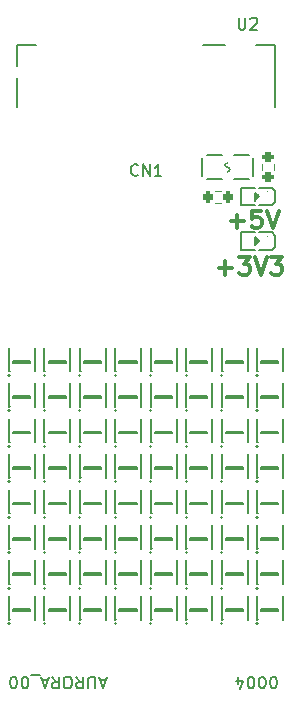
<source format=gbr>
%TF.GenerationSoftware,KiCad,Pcbnew,7.0.5*%
%TF.CreationDate,2023-09-01T16:08:52-05:00*%
%TF.ProjectId,Chimera_0004_Aurora,4368696d-6572-4615-9f30-3030345f4175,rev?*%
%TF.SameCoordinates,Original*%
%TF.FileFunction,Legend,Top*%
%TF.FilePolarity,Positive*%
%FSLAX46Y46*%
G04 Gerber Fmt 4.6, Leading zero omitted, Abs format (unit mm)*
G04 Created by KiCad (PCBNEW 7.0.5) date 2023-09-01 16:08:52*
%MOMM*%
%LPD*%
G01*
G04 APERTURE LIST*
G04 Aperture macros list*
%AMRoundRect*
0 Rectangle with rounded corners*
0 $1 Rounding radius*
0 $2 $3 $4 $5 $6 $7 $8 $9 X,Y pos of 4 corners*
0 Add a 4 corners polygon primitive as box body*
4,1,4,$2,$3,$4,$5,$6,$7,$8,$9,$2,$3,0*
0 Add four circle primitives for the rounded corners*
1,1,$1+$1,$2,$3*
1,1,$1+$1,$4,$5*
1,1,$1+$1,$6,$7*
1,1,$1+$1,$8,$9*
0 Add four rect primitives between the rounded corners*
20,1,$1+$1,$2,$3,$4,$5,0*
20,1,$1+$1,$4,$5,$6,$7,0*
20,1,$1+$1,$6,$7,$8,$9,0*
20,1,$1+$1,$8,$9,$2,$3,0*%
G04 Aperture macros list end*
%ADD10C,0.200000*%
%ADD11C,0.300000*%
%ADD12C,0.152400*%
%ADD13C,0.151994*%
%ADD14C,0.059995*%
%ADD15C,0.254001*%
%ADD16C,0.120000*%
%ADD17C,0.150013*%
%ADD18C,0.100000*%
%ADD19R,1.335001X1.500000*%
%ADD20C,3.600000*%
%ADD21C,6.400000*%
%ADD22R,0.700000X0.900000*%
%ADD23C,1.200000*%
%ADD24C,1.800000*%
%ADD25R,0.300000X1.550013*%
%ADD26R,0.300000X1.524003*%
%ADD27R,1.300000X2.800000*%
%ADD28RoundRect,0.200000X-0.275000X0.200000X-0.275000X-0.200000X0.275000X-0.200000X0.275000X0.200000X0*%
%ADD29RoundRect,0.200000X-0.200000X-0.275000X0.200000X-0.275000X0.200000X0.275000X-0.200000X0.275000X0*%
%ADD30R,0.800000X0.800000*%
G04 APERTURE END LIST*
D10*
X123339850Y-149332780D02*
X123244612Y-149332780D01*
X123244612Y-149332780D02*
X123149374Y-149285161D01*
X123149374Y-149285161D02*
X123101755Y-149237542D01*
X123101755Y-149237542D02*
X123054136Y-149142304D01*
X123054136Y-149142304D02*
X123006517Y-148951828D01*
X123006517Y-148951828D02*
X123006517Y-148713733D01*
X123006517Y-148713733D02*
X123054136Y-148523257D01*
X123054136Y-148523257D02*
X123101755Y-148428019D01*
X123101755Y-148428019D02*
X123149374Y-148380400D01*
X123149374Y-148380400D02*
X123244612Y-148332780D01*
X123244612Y-148332780D02*
X123339850Y-148332780D01*
X123339850Y-148332780D02*
X123435088Y-148380400D01*
X123435088Y-148380400D02*
X123482707Y-148428019D01*
X123482707Y-148428019D02*
X123530326Y-148523257D01*
X123530326Y-148523257D02*
X123577945Y-148713733D01*
X123577945Y-148713733D02*
X123577945Y-148951828D01*
X123577945Y-148951828D02*
X123530326Y-149142304D01*
X123530326Y-149142304D02*
X123482707Y-149237542D01*
X123482707Y-149237542D02*
X123435088Y-149285161D01*
X123435088Y-149285161D02*
X123339850Y-149332780D01*
X122387469Y-149332780D02*
X122292231Y-149332780D01*
X122292231Y-149332780D02*
X122196993Y-149285161D01*
X122196993Y-149285161D02*
X122149374Y-149237542D01*
X122149374Y-149237542D02*
X122101755Y-149142304D01*
X122101755Y-149142304D02*
X122054136Y-148951828D01*
X122054136Y-148951828D02*
X122054136Y-148713733D01*
X122054136Y-148713733D02*
X122101755Y-148523257D01*
X122101755Y-148523257D02*
X122149374Y-148428019D01*
X122149374Y-148428019D02*
X122196993Y-148380400D01*
X122196993Y-148380400D02*
X122292231Y-148332780D01*
X122292231Y-148332780D02*
X122387469Y-148332780D01*
X122387469Y-148332780D02*
X122482707Y-148380400D01*
X122482707Y-148380400D02*
X122530326Y-148428019D01*
X122530326Y-148428019D02*
X122577945Y-148523257D01*
X122577945Y-148523257D02*
X122625564Y-148713733D01*
X122625564Y-148713733D02*
X122625564Y-148951828D01*
X122625564Y-148951828D02*
X122577945Y-149142304D01*
X122577945Y-149142304D02*
X122530326Y-149237542D01*
X122530326Y-149237542D02*
X122482707Y-149285161D01*
X122482707Y-149285161D02*
X122387469Y-149332780D01*
X121435088Y-149332780D02*
X121339850Y-149332780D01*
X121339850Y-149332780D02*
X121244612Y-149285161D01*
X121244612Y-149285161D02*
X121196993Y-149237542D01*
X121196993Y-149237542D02*
X121149374Y-149142304D01*
X121149374Y-149142304D02*
X121101755Y-148951828D01*
X121101755Y-148951828D02*
X121101755Y-148713733D01*
X121101755Y-148713733D02*
X121149374Y-148523257D01*
X121149374Y-148523257D02*
X121196993Y-148428019D01*
X121196993Y-148428019D02*
X121244612Y-148380400D01*
X121244612Y-148380400D02*
X121339850Y-148332780D01*
X121339850Y-148332780D02*
X121435088Y-148332780D01*
X121435088Y-148332780D02*
X121530326Y-148380400D01*
X121530326Y-148380400D02*
X121577945Y-148428019D01*
X121577945Y-148428019D02*
X121625564Y-148523257D01*
X121625564Y-148523257D02*
X121673183Y-148713733D01*
X121673183Y-148713733D02*
X121673183Y-148951828D01*
X121673183Y-148951828D02*
X121625564Y-149142304D01*
X121625564Y-149142304D02*
X121577945Y-149237542D01*
X121577945Y-149237542D02*
X121530326Y-149285161D01*
X121530326Y-149285161D02*
X121435088Y-149332780D01*
X120244612Y-148999447D02*
X120244612Y-148332780D01*
X120482707Y-149380400D02*
X120720802Y-148666114D01*
X120720802Y-148666114D02*
X120101755Y-148666114D01*
X109101751Y-148618495D02*
X108625561Y-148618495D01*
X109196989Y-148332780D02*
X108863656Y-149332780D01*
X108863656Y-149332780D02*
X108530323Y-148332780D01*
X108196989Y-149332780D02*
X108196989Y-148523257D01*
X108196989Y-148523257D02*
X108149370Y-148428019D01*
X108149370Y-148428019D02*
X108101751Y-148380400D01*
X108101751Y-148380400D02*
X108006513Y-148332780D01*
X108006513Y-148332780D02*
X107816037Y-148332780D01*
X107816037Y-148332780D02*
X107720799Y-148380400D01*
X107720799Y-148380400D02*
X107673180Y-148428019D01*
X107673180Y-148428019D02*
X107625561Y-148523257D01*
X107625561Y-148523257D02*
X107625561Y-149332780D01*
X106577942Y-148332780D02*
X106911275Y-148808971D01*
X107149370Y-148332780D02*
X107149370Y-149332780D01*
X107149370Y-149332780D02*
X106768418Y-149332780D01*
X106768418Y-149332780D02*
X106673180Y-149285161D01*
X106673180Y-149285161D02*
X106625561Y-149237542D01*
X106625561Y-149237542D02*
X106577942Y-149142304D01*
X106577942Y-149142304D02*
X106577942Y-148999447D01*
X106577942Y-148999447D02*
X106625561Y-148904209D01*
X106625561Y-148904209D02*
X106673180Y-148856590D01*
X106673180Y-148856590D02*
X106768418Y-148808971D01*
X106768418Y-148808971D02*
X107149370Y-148808971D01*
X105958894Y-149332780D02*
X105768418Y-149332780D01*
X105768418Y-149332780D02*
X105673180Y-149285161D01*
X105673180Y-149285161D02*
X105577942Y-149189923D01*
X105577942Y-149189923D02*
X105530323Y-148999447D01*
X105530323Y-148999447D02*
X105530323Y-148666114D01*
X105530323Y-148666114D02*
X105577942Y-148475638D01*
X105577942Y-148475638D02*
X105673180Y-148380400D01*
X105673180Y-148380400D02*
X105768418Y-148332780D01*
X105768418Y-148332780D02*
X105958894Y-148332780D01*
X105958894Y-148332780D02*
X106054132Y-148380400D01*
X106054132Y-148380400D02*
X106149370Y-148475638D01*
X106149370Y-148475638D02*
X106196989Y-148666114D01*
X106196989Y-148666114D02*
X106196989Y-148999447D01*
X106196989Y-148999447D02*
X106149370Y-149189923D01*
X106149370Y-149189923D02*
X106054132Y-149285161D01*
X106054132Y-149285161D02*
X105958894Y-149332780D01*
X104530323Y-148332780D02*
X104863656Y-148808971D01*
X105101751Y-148332780D02*
X105101751Y-149332780D01*
X105101751Y-149332780D02*
X104720799Y-149332780D01*
X104720799Y-149332780D02*
X104625561Y-149285161D01*
X104625561Y-149285161D02*
X104577942Y-149237542D01*
X104577942Y-149237542D02*
X104530323Y-149142304D01*
X104530323Y-149142304D02*
X104530323Y-148999447D01*
X104530323Y-148999447D02*
X104577942Y-148904209D01*
X104577942Y-148904209D02*
X104625561Y-148856590D01*
X104625561Y-148856590D02*
X104720799Y-148808971D01*
X104720799Y-148808971D02*
X105101751Y-148808971D01*
X104149370Y-148618495D02*
X103673180Y-148618495D01*
X104244608Y-148332780D02*
X103911275Y-149332780D01*
X103911275Y-149332780D02*
X103577942Y-148332780D01*
X103482704Y-148237542D02*
X102720799Y-148237542D01*
X102292227Y-149332780D02*
X102196989Y-149332780D01*
X102196989Y-149332780D02*
X102101751Y-149285161D01*
X102101751Y-149285161D02*
X102054132Y-149237542D01*
X102054132Y-149237542D02*
X102006513Y-149142304D01*
X102006513Y-149142304D02*
X101958894Y-148951828D01*
X101958894Y-148951828D02*
X101958894Y-148713733D01*
X101958894Y-148713733D02*
X102006513Y-148523257D01*
X102006513Y-148523257D02*
X102054132Y-148428019D01*
X102054132Y-148428019D02*
X102101751Y-148380400D01*
X102101751Y-148380400D02*
X102196989Y-148332780D01*
X102196989Y-148332780D02*
X102292227Y-148332780D01*
X102292227Y-148332780D02*
X102387465Y-148380400D01*
X102387465Y-148380400D02*
X102435084Y-148428019D01*
X102435084Y-148428019D02*
X102482703Y-148523257D01*
X102482703Y-148523257D02*
X102530322Y-148713733D01*
X102530322Y-148713733D02*
X102530322Y-148951828D01*
X102530322Y-148951828D02*
X102482703Y-149142304D01*
X102482703Y-149142304D02*
X102435084Y-149237542D01*
X102435084Y-149237542D02*
X102387465Y-149285161D01*
X102387465Y-149285161D02*
X102292227Y-149332780D01*
X101339846Y-149332780D02*
X101244608Y-149332780D01*
X101244608Y-149332780D02*
X101149370Y-149285161D01*
X101149370Y-149285161D02*
X101101751Y-149237542D01*
X101101751Y-149237542D02*
X101054132Y-149142304D01*
X101054132Y-149142304D02*
X101006513Y-148951828D01*
X101006513Y-148951828D02*
X101006513Y-148713733D01*
X101006513Y-148713733D02*
X101054132Y-148523257D01*
X101054132Y-148523257D02*
X101101751Y-148428019D01*
X101101751Y-148428019D02*
X101149370Y-148380400D01*
X101149370Y-148380400D02*
X101244608Y-148332780D01*
X101244608Y-148332780D02*
X101339846Y-148332780D01*
X101339846Y-148332780D02*
X101435084Y-148380400D01*
X101435084Y-148380400D02*
X101482703Y-148428019D01*
X101482703Y-148428019D02*
X101530322Y-148523257D01*
X101530322Y-148523257D02*
X101577941Y-148713733D01*
X101577941Y-148713733D02*
X101577941Y-148951828D01*
X101577941Y-148951828D02*
X101530322Y-149142304D01*
X101530322Y-149142304D02*
X101482703Y-149237542D01*
X101482703Y-149237542D02*
X101435084Y-149285161D01*
X101435084Y-149285161D02*
X101339846Y-149332780D01*
D11*
X118654510Y-113729400D02*
X119797368Y-113729400D01*
X119225939Y-114300828D02*
X119225939Y-113157971D01*
X120368796Y-112800828D02*
X121297368Y-112800828D01*
X121297368Y-112800828D02*
X120797368Y-113372257D01*
X120797368Y-113372257D02*
X121011653Y-113372257D01*
X121011653Y-113372257D02*
X121154511Y-113443685D01*
X121154511Y-113443685D02*
X121225939Y-113515114D01*
X121225939Y-113515114D02*
X121297368Y-113657971D01*
X121297368Y-113657971D02*
X121297368Y-114015114D01*
X121297368Y-114015114D02*
X121225939Y-114157971D01*
X121225939Y-114157971D02*
X121154511Y-114229400D01*
X121154511Y-114229400D02*
X121011653Y-114300828D01*
X121011653Y-114300828D02*
X120583082Y-114300828D01*
X120583082Y-114300828D02*
X120440225Y-114229400D01*
X120440225Y-114229400D02*
X120368796Y-114157971D01*
X121725939Y-112800828D02*
X122225939Y-114300828D01*
X122225939Y-114300828D02*
X122725939Y-112800828D01*
X123083081Y-112800828D02*
X124011653Y-112800828D01*
X124011653Y-112800828D02*
X123511653Y-113372257D01*
X123511653Y-113372257D02*
X123725938Y-113372257D01*
X123725938Y-113372257D02*
X123868796Y-113443685D01*
X123868796Y-113443685D02*
X123940224Y-113515114D01*
X123940224Y-113515114D02*
X124011653Y-113657971D01*
X124011653Y-113657971D02*
X124011653Y-114015114D01*
X124011653Y-114015114D02*
X123940224Y-114157971D01*
X123940224Y-114157971D02*
X123868796Y-114229400D01*
X123868796Y-114229400D02*
X123725938Y-114300828D01*
X123725938Y-114300828D02*
X123297367Y-114300828D01*
X123297367Y-114300828D02*
X123154510Y-114229400D01*
X123154510Y-114229400D02*
X123083081Y-114157971D01*
X119654510Y-109779733D02*
X120797368Y-109779733D01*
X120225939Y-110313066D02*
X120225939Y-109246400D01*
X122225939Y-108913066D02*
X121511653Y-108913066D01*
X121511653Y-108913066D02*
X121440225Y-109579733D01*
X121440225Y-109579733D02*
X121511653Y-109513066D01*
X121511653Y-109513066D02*
X121654511Y-109446400D01*
X121654511Y-109446400D02*
X122011653Y-109446400D01*
X122011653Y-109446400D02*
X122154511Y-109513066D01*
X122154511Y-109513066D02*
X122225939Y-109579733D01*
X122225939Y-109579733D02*
X122297368Y-109713066D01*
X122297368Y-109713066D02*
X122297368Y-110046400D01*
X122297368Y-110046400D02*
X122225939Y-110179733D01*
X122225939Y-110179733D02*
X122154511Y-110246400D01*
X122154511Y-110246400D02*
X122011653Y-110313066D01*
X122011653Y-110313066D02*
X121654511Y-110313066D01*
X121654511Y-110313066D02*
X121511653Y-110246400D01*
X121511653Y-110246400D02*
X121440225Y-110179733D01*
X122725939Y-108913066D02*
X123225939Y-110313066D01*
X123225939Y-110313066D02*
X123725939Y-108913066D01*
D10*
%TO.C,U2*%
X120338095Y-92552219D02*
X120338095Y-93361742D01*
X120338095Y-93361742D02*
X120385714Y-93456980D01*
X120385714Y-93456980D02*
X120433333Y-93504600D01*
X120433333Y-93504600D02*
X120528571Y-93552219D01*
X120528571Y-93552219D02*
X120719047Y-93552219D01*
X120719047Y-93552219D02*
X120814285Y-93504600D01*
X120814285Y-93504600D02*
X120861904Y-93456980D01*
X120861904Y-93456980D02*
X120909523Y-93361742D01*
X120909523Y-93361742D02*
X120909523Y-92552219D01*
X121338095Y-92647457D02*
X121385714Y-92599838D01*
X121385714Y-92599838D02*
X121480952Y-92552219D01*
X121480952Y-92552219D02*
X121719047Y-92552219D01*
X121719047Y-92552219D02*
X121814285Y-92599838D01*
X121814285Y-92599838D02*
X121861904Y-92647457D01*
X121861904Y-92647457D02*
X121909523Y-92742695D01*
X121909523Y-92742695D02*
X121909523Y-92837933D01*
X121909523Y-92837933D02*
X121861904Y-92980790D01*
X121861904Y-92980790D02*
X121290476Y-93552219D01*
X121290476Y-93552219D02*
X121909523Y-93552219D01*
%TO.C,CN1*%
X111809523Y-105856980D02*
X111761904Y-105904600D01*
X111761904Y-105904600D02*
X111619047Y-105952219D01*
X111619047Y-105952219D02*
X111523809Y-105952219D01*
X111523809Y-105952219D02*
X111380952Y-105904600D01*
X111380952Y-105904600D02*
X111285714Y-105809361D01*
X111285714Y-105809361D02*
X111238095Y-105714123D01*
X111238095Y-105714123D02*
X111190476Y-105523647D01*
X111190476Y-105523647D02*
X111190476Y-105380790D01*
X111190476Y-105380790D02*
X111238095Y-105190314D01*
X111238095Y-105190314D02*
X111285714Y-105095076D01*
X111285714Y-105095076D02*
X111380952Y-104999838D01*
X111380952Y-104999838D02*
X111523809Y-104952219D01*
X111523809Y-104952219D02*
X111619047Y-104952219D01*
X111619047Y-104952219D02*
X111761904Y-104999838D01*
X111761904Y-104999838D02*
X111809523Y-105047457D01*
X112238095Y-105952219D02*
X112238095Y-104952219D01*
X112238095Y-104952219D02*
X112809523Y-105952219D01*
X112809523Y-105952219D02*
X112809523Y-104952219D01*
X113809523Y-105952219D02*
X113238095Y-105952219D01*
X113523809Y-105952219D02*
X113523809Y-104952219D01*
X113523809Y-104952219D02*
X113428571Y-105095076D01*
X113428571Y-105095076D02*
X113333333Y-105190314D01*
X113333333Y-105190314D02*
X113238095Y-105237933D01*
D12*
%TO.C,F1*%
X118891999Y-104183998D02*
X117621996Y-104183998D01*
X119908001Y-104183998D02*
X121178004Y-104183998D01*
X121178004Y-106216002D02*
X119944602Y-106216002D01*
X117621996Y-106216002D02*
X118891999Y-106216002D01*
D13*
X117240996Y-105962002D02*
X117240996Y-104437998D01*
X121559004Y-105962002D02*
X121559004Y-104437998D01*
D14*
X120530049Y-104449987D02*
G75*
G03*
X120530049Y-104449987I-29998J0D01*
G01*
D13*
X119400000Y-105581000D02*
G75*
G03*
X119400000Y-105200000I0J190500D01*
G01*
X119400000Y-104819000D02*
G75*
G03*
X119400000Y-105200000I0J-190500D01*
G01*
D14*
%TO.C,LED72*%
X122029870Y-131500000D02*
G75*
G03*
X122029870Y-131500000I-29997J0D01*
G01*
D13*
X122250038Y-130749987D02*
X122250038Y-130600000D01*
X122250038Y-130600000D02*
X123650013Y-130600000D01*
X123650013Y-130600000D02*
X123700000Y-130600000D01*
X123700000Y-130600000D02*
X123700000Y-130749987D01*
X122250038Y-130749987D02*
X123700025Y-130749987D01*
D15*
X121850013Y-131800000D02*
X121861849Y-131800000D01*
D13*
X121900000Y-129500000D02*
X121900000Y-131500000D01*
X124100000Y-131500000D02*
X124100000Y-129500000D01*
D14*
%TO.C,LED71*%
X119029870Y-137500000D02*
G75*
G03*
X119029870Y-137500000I-29997J0D01*
G01*
D13*
X119250038Y-136749987D02*
X119250038Y-136600000D01*
X119250038Y-136600000D02*
X120650013Y-136600000D01*
X120650013Y-136600000D02*
X120700000Y-136600000D01*
X120700000Y-136600000D02*
X120700000Y-136749987D01*
X119250038Y-136749987D02*
X120700025Y-136749987D01*
D15*
X118850013Y-137800000D02*
X118861849Y-137800000D01*
D13*
X118900000Y-135500000D02*
X118900000Y-137500000D01*
X121100000Y-137500000D02*
X121100000Y-135500000D01*
D14*
%TO.C,LED68*%
X122029870Y-128500000D02*
G75*
G03*
X122029870Y-128500000I-29997J0D01*
G01*
D13*
X122250038Y-127749987D02*
X122250038Y-127600000D01*
X122250038Y-127600000D02*
X123650013Y-127600000D01*
X123650013Y-127600000D02*
X123700000Y-127600000D01*
X123700000Y-127600000D02*
X123700000Y-127749987D01*
X122250038Y-127749987D02*
X123700025Y-127749987D01*
D15*
X121850013Y-128800000D02*
X121861849Y-128800000D01*
D13*
X121900000Y-126500000D02*
X121900000Y-128500000D01*
X124100000Y-128500000D02*
X124100000Y-126500000D01*
D14*
%TO.C,LED67*%
X119029870Y-134500000D02*
G75*
G03*
X119029870Y-134500000I-29997J0D01*
G01*
D13*
X119250038Y-133749987D02*
X119250038Y-133600000D01*
X119250038Y-133600000D02*
X120650013Y-133600000D01*
X120650013Y-133600000D02*
X120700000Y-133600000D01*
X120700000Y-133600000D02*
X120700000Y-133749987D01*
X119250038Y-133749987D02*
X120700025Y-133749987D01*
D15*
X118850013Y-134800000D02*
X118861849Y-134800000D01*
D13*
X118900000Y-132500000D02*
X118900000Y-134500000D01*
X121100000Y-134500000D02*
X121100000Y-132500000D01*
D14*
%TO.C,LED65*%
X122029870Y-143500000D02*
G75*
G03*
X122029870Y-143500000I-29997J0D01*
G01*
D13*
X122250038Y-142749987D02*
X122250038Y-142600000D01*
X122250038Y-142600000D02*
X123650013Y-142600000D01*
X123650013Y-142600000D02*
X123700000Y-142600000D01*
X123700000Y-142600000D02*
X123700000Y-142749987D01*
X122250038Y-142749987D02*
X123700025Y-142749987D01*
D15*
X121850013Y-143800000D02*
X121861849Y-143800000D01*
D13*
X121900000Y-141500000D02*
X121900000Y-143500000D01*
X124100000Y-143500000D02*
X124100000Y-141500000D01*
D14*
%TO.C,LED64*%
X122029870Y-125500000D02*
G75*
G03*
X122029870Y-125500000I-29997J0D01*
G01*
D13*
X122250038Y-124749987D02*
X122250038Y-124600000D01*
X122250038Y-124600000D02*
X123650013Y-124600000D01*
X123650013Y-124600000D02*
X123700000Y-124600000D01*
X123700000Y-124600000D02*
X123700000Y-124749987D01*
X122250038Y-124749987D02*
X123700025Y-124749987D01*
D15*
X121850013Y-125800000D02*
X121861849Y-125800000D01*
D13*
X121900000Y-123500000D02*
X121900000Y-125500000D01*
X124100000Y-125500000D02*
X124100000Y-123500000D01*
D14*
%TO.C,LED63*%
X119029870Y-131500000D02*
G75*
G03*
X119029870Y-131500000I-29997J0D01*
G01*
D13*
X119250038Y-130749987D02*
X119250038Y-130600000D01*
X119250038Y-130600000D02*
X120650013Y-130600000D01*
X120650013Y-130600000D02*
X120700000Y-130600000D01*
X120700000Y-130600000D02*
X120700000Y-130749987D01*
X119250038Y-130749987D02*
X120700025Y-130749987D01*
D15*
X118850013Y-131800000D02*
X118861849Y-131800000D01*
D13*
X118900000Y-129500000D02*
X118900000Y-131500000D01*
X121100000Y-131500000D02*
X121100000Y-129500000D01*
D14*
%TO.C,LED61*%
X122029870Y-140500000D02*
G75*
G03*
X122029870Y-140500000I-29997J0D01*
G01*
D13*
X122250038Y-139749987D02*
X122250038Y-139600000D01*
X122250038Y-139600000D02*
X123650013Y-139600000D01*
X123650013Y-139600000D02*
X123700000Y-139600000D01*
X123700000Y-139600000D02*
X123700000Y-139749987D01*
X122250038Y-139749987D02*
X123700025Y-139749987D01*
D15*
X121850013Y-140800000D02*
X121861849Y-140800000D01*
D13*
X121900000Y-138500000D02*
X121900000Y-140500000D01*
X124100000Y-140500000D02*
X124100000Y-138500000D01*
D14*
%TO.C,LED60*%
X122029870Y-122500000D02*
G75*
G03*
X122029870Y-122500000I-29997J0D01*
G01*
D13*
X122250038Y-121749987D02*
X122250038Y-121600000D01*
X122250038Y-121600000D02*
X123650013Y-121600000D01*
X123650013Y-121600000D02*
X123700000Y-121600000D01*
X123700000Y-121600000D02*
X123700000Y-121749987D01*
X122250038Y-121749987D02*
X123700025Y-121749987D01*
D15*
X121850013Y-122800000D02*
X121861849Y-122800000D01*
D13*
X121900000Y-120500000D02*
X121900000Y-122500000D01*
X124100000Y-122500000D02*
X124100000Y-120500000D01*
D14*
%TO.C,LED59*%
X119029870Y-128500000D02*
G75*
G03*
X119029870Y-128500000I-29997J0D01*
G01*
D13*
X119250038Y-127749987D02*
X119250038Y-127600000D01*
X119250038Y-127600000D02*
X120650013Y-127600000D01*
X120650013Y-127600000D02*
X120700000Y-127600000D01*
X120700000Y-127600000D02*
X120700000Y-127749987D01*
X119250038Y-127749987D02*
X120700025Y-127749987D01*
D15*
X118850013Y-128800000D02*
X118861849Y-128800000D01*
D13*
X118900000Y-126500000D02*
X118900000Y-128500000D01*
X121100000Y-128500000D02*
X121100000Y-126500000D01*
D14*
%TO.C,LED57*%
X122029870Y-137500000D02*
G75*
G03*
X122029870Y-137500000I-29997J0D01*
G01*
D13*
X122250038Y-136749987D02*
X122250038Y-136600000D01*
X122250038Y-136600000D02*
X123650013Y-136600000D01*
X123650013Y-136600000D02*
X123700000Y-136600000D01*
X123700000Y-136600000D02*
X123700000Y-136749987D01*
X122250038Y-136749987D02*
X123700025Y-136749987D01*
D15*
X121850013Y-137800000D02*
X121861849Y-137800000D01*
D13*
X121900000Y-135500000D02*
X121900000Y-137500000D01*
X124100000Y-137500000D02*
X124100000Y-135500000D01*
D14*
%TO.C,LED56*%
X119029870Y-143500000D02*
G75*
G03*
X119029870Y-143500000I-29997J0D01*
G01*
D13*
X119250038Y-142749987D02*
X119250038Y-142600000D01*
X119250038Y-142600000D02*
X120650013Y-142600000D01*
X120650013Y-142600000D02*
X120700000Y-142600000D01*
X120700000Y-142600000D02*
X120700000Y-142749987D01*
X119250038Y-142749987D02*
X120700025Y-142749987D01*
D15*
X118850013Y-143800000D02*
X118861849Y-143800000D01*
D13*
X118900000Y-141500000D02*
X118900000Y-143500000D01*
X121100000Y-143500000D02*
X121100000Y-141500000D01*
D14*
%TO.C,LED55*%
X119029870Y-125500000D02*
G75*
G03*
X119029870Y-125500000I-29997J0D01*
G01*
D13*
X119250038Y-124749987D02*
X119250038Y-124600000D01*
X119250038Y-124600000D02*
X120650013Y-124600000D01*
X120650013Y-124600000D02*
X120700000Y-124600000D01*
X120700000Y-124600000D02*
X120700000Y-124749987D01*
X119250038Y-124749987D02*
X120700025Y-124749987D01*
D15*
X118850013Y-125800000D02*
X118861849Y-125800000D01*
D13*
X118900000Y-123500000D02*
X118900000Y-125500000D01*
X121100000Y-125500000D02*
X121100000Y-123500000D01*
D14*
%TO.C,LED53*%
X122029870Y-134500000D02*
G75*
G03*
X122029870Y-134500000I-29997J0D01*
G01*
D13*
X122250038Y-133749987D02*
X122250038Y-133600000D01*
X122250038Y-133600000D02*
X123650013Y-133600000D01*
X123650013Y-133600000D02*
X123700000Y-133600000D01*
X123700000Y-133600000D02*
X123700000Y-133749987D01*
X122250038Y-133749987D02*
X123700025Y-133749987D01*
D15*
X121850013Y-134800000D02*
X121861849Y-134800000D01*
D13*
X121900000Y-132500000D02*
X121900000Y-134500000D01*
X124100000Y-134500000D02*
X124100000Y-132500000D01*
D14*
%TO.C,LED52*%
X119029870Y-140500000D02*
G75*
G03*
X119029870Y-140500000I-29997J0D01*
G01*
D13*
X119250038Y-139749987D02*
X119250038Y-139600000D01*
X119250038Y-139600000D02*
X120650013Y-139600000D01*
X120650013Y-139600000D02*
X120700000Y-139600000D01*
X120700000Y-139600000D02*
X120700000Y-139749987D01*
X119250038Y-139749987D02*
X120700025Y-139749987D01*
D15*
X118850013Y-140800000D02*
X118861849Y-140800000D01*
D13*
X118900000Y-138500000D02*
X118900000Y-140500000D01*
X121100000Y-140500000D02*
X121100000Y-138500000D01*
D14*
%TO.C,LED51*%
X119029870Y-122500000D02*
G75*
G03*
X119029870Y-122500000I-29997J0D01*
G01*
D13*
X119250038Y-121749987D02*
X119250038Y-121600000D01*
X119250038Y-121600000D02*
X120650013Y-121600000D01*
X120650013Y-121600000D02*
X120700000Y-121600000D01*
X120700000Y-121600000D02*
X120700000Y-121749987D01*
X119250038Y-121749987D02*
X120700025Y-121749987D01*
D15*
X118850013Y-122800000D02*
X118861849Y-122800000D01*
D13*
X118900000Y-120500000D02*
X118900000Y-122500000D01*
X121100000Y-122500000D02*
X121100000Y-120500000D01*
D14*
%TO.C,LED50*%
X116029870Y-143500000D02*
G75*
G03*
X116029870Y-143500000I-29997J0D01*
G01*
D13*
X116250038Y-142749987D02*
X116250038Y-142600000D01*
X116250038Y-142600000D02*
X117650013Y-142600000D01*
X117650013Y-142600000D02*
X117700000Y-142600000D01*
X117700000Y-142600000D02*
X117700000Y-142749987D01*
X116250038Y-142749987D02*
X117700025Y-142749987D01*
D15*
X115850013Y-143800000D02*
X115861849Y-143800000D01*
D13*
X115900000Y-141500000D02*
X115900000Y-143500000D01*
X118100000Y-143500000D02*
X118100000Y-141500000D01*
D14*
%TO.C,LED49*%
X116029870Y-125500000D02*
G75*
G03*
X116029870Y-125500000I-29997J0D01*
G01*
D13*
X116250038Y-124749987D02*
X116250038Y-124600000D01*
X116250038Y-124600000D02*
X117650013Y-124600000D01*
X117650013Y-124600000D02*
X117700000Y-124600000D01*
X117700000Y-124600000D02*
X117700000Y-124749987D01*
X116250038Y-124749987D02*
X117700025Y-124749987D01*
D15*
X115850013Y-125800000D02*
X115861849Y-125800000D01*
D13*
X115900000Y-123500000D02*
X115900000Y-125500000D01*
X118100000Y-125500000D02*
X118100000Y-123500000D01*
D14*
%TO.C,LED48*%
X113029870Y-131500000D02*
G75*
G03*
X113029870Y-131500000I-29997J0D01*
G01*
D13*
X113250038Y-130749987D02*
X113250038Y-130600000D01*
X113250038Y-130600000D02*
X114650013Y-130600000D01*
X114650013Y-130600000D02*
X114700000Y-130600000D01*
X114700000Y-130600000D02*
X114700000Y-130749987D01*
X113250038Y-130749987D02*
X114700025Y-130749987D01*
D15*
X112850013Y-131800000D02*
X112861849Y-131800000D01*
D13*
X112900000Y-129500000D02*
X112900000Y-131500000D01*
X115100000Y-131500000D02*
X115100000Y-129500000D01*
D14*
%TO.C,LED47*%
X110029870Y-137500000D02*
G75*
G03*
X110029870Y-137500000I-29997J0D01*
G01*
D13*
X110250038Y-136749987D02*
X110250038Y-136600000D01*
X110250038Y-136600000D02*
X111650013Y-136600000D01*
X111650013Y-136600000D02*
X111700000Y-136600000D01*
X111700000Y-136600000D02*
X111700000Y-136749987D01*
X110250038Y-136749987D02*
X111700025Y-136749987D01*
D15*
X109850013Y-137800000D02*
X109861849Y-137800000D01*
D13*
X109900000Y-135500000D02*
X109900000Y-137500000D01*
X112100000Y-137500000D02*
X112100000Y-135500000D01*
D14*
%TO.C,LED46*%
X116029870Y-140500000D02*
G75*
G03*
X116029870Y-140500000I-29997J0D01*
G01*
D13*
X116250038Y-139749987D02*
X116250038Y-139600000D01*
X116250038Y-139600000D02*
X117650013Y-139600000D01*
X117650013Y-139600000D02*
X117700000Y-139600000D01*
X117700000Y-139600000D02*
X117700000Y-139749987D01*
X116250038Y-139749987D02*
X117700025Y-139749987D01*
D15*
X115850013Y-140800000D02*
X115861849Y-140800000D01*
D13*
X115900000Y-138500000D02*
X115900000Y-140500000D01*
X118100000Y-140500000D02*
X118100000Y-138500000D01*
D14*
%TO.C,LED45*%
X116029870Y-122500000D02*
G75*
G03*
X116029870Y-122500000I-29997J0D01*
G01*
D13*
X116250038Y-121749987D02*
X116250038Y-121600000D01*
X116250038Y-121600000D02*
X117650013Y-121600000D01*
X117650013Y-121600000D02*
X117700000Y-121600000D01*
X117700000Y-121600000D02*
X117700000Y-121749987D01*
X116250038Y-121749987D02*
X117700025Y-121749987D01*
D15*
X115850013Y-122800000D02*
X115861849Y-122800000D01*
D13*
X115900000Y-120500000D02*
X115900000Y-122500000D01*
X118100000Y-122500000D02*
X118100000Y-120500000D01*
D14*
%TO.C,LED44*%
X113029870Y-128500000D02*
G75*
G03*
X113029870Y-128500000I-29997J0D01*
G01*
D13*
X113250038Y-127749987D02*
X113250038Y-127600000D01*
X113250038Y-127600000D02*
X114650013Y-127600000D01*
X114650013Y-127600000D02*
X114700000Y-127600000D01*
X114700000Y-127600000D02*
X114700000Y-127749987D01*
X113250038Y-127749987D02*
X114700025Y-127749987D01*
D15*
X112850013Y-128800000D02*
X112861849Y-128800000D01*
D13*
X112900000Y-126500000D02*
X112900000Y-128500000D01*
X115100000Y-128500000D02*
X115100000Y-126500000D01*
D14*
%TO.C,LED43*%
X110029870Y-134500000D02*
G75*
G03*
X110029870Y-134500000I-29997J0D01*
G01*
D13*
X110250038Y-133749987D02*
X110250038Y-133600000D01*
X110250038Y-133600000D02*
X111650013Y-133600000D01*
X111650013Y-133600000D02*
X111700000Y-133600000D01*
X111700000Y-133600000D02*
X111700000Y-133749987D01*
X110250038Y-133749987D02*
X111700025Y-133749987D01*
D15*
X109850013Y-134800000D02*
X109861849Y-134800000D01*
D13*
X109900000Y-132500000D02*
X109900000Y-134500000D01*
X112100000Y-134500000D02*
X112100000Y-132500000D01*
D14*
%TO.C,LED42*%
X116029870Y-137500000D02*
G75*
G03*
X116029870Y-137500000I-29997J0D01*
G01*
D13*
X116250038Y-136749987D02*
X116250038Y-136600000D01*
X116250038Y-136600000D02*
X117650013Y-136600000D01*
X117650013Y-136600000D02*
X117700000Y-136600000D01*
X117700000Y-136600000D02*
X117700000Y-136749987D01*
X116250038Y-136749987D02*
X117700025Y-136749987D01*
D15*
X115850013Y-137800000D02*
X115861849Y-137800000D01*
D13*
X115900000Y-135500000D02*
X115900000Y-137500000D01*
X118100000Y-137500000D02*
X118100000Y-135500000D01*
D14*
%TO.C,LED41*%
X113029870Y-143500000D02*
G75*
G03*
X113029870Y-143500000I-29997J0D01*
G01*
D13*
X113250038Y-142749987D02*
X113250038Y-142600000D01*
X113250038Y-142600000D02*
X114650013Y-142600000D01*
X114650013Y-142600000D02*
X114700000Y-142600000D01*
X114700000Y-142600000D02*
X114700000Y-142749987D01*
X113250038Y-142749987D02*
X114700025Y-142749987D01*
D15*
X112850013Y-143800000D02*
X112861849Y-143800000D01*
D13*
X112900000Y-141500000D02*
X112900000Y-143500000D01*
X115100000Y-143500000D02*
X115100000Y-141500000D01*
D14*
%TO.C,LED40*%
X113029870Y-125500000D02*
G75*
G03*
X113029870Y-125500000I-29997J0D01*
G01*
D13*
X113250038Y-124749987D02*
X113250038Y-124600000D01*
X113250038Y-124600000D02*
X114650013Y-124600000D01*
X114650013Y-124600000D02*
X114700000Y-124600000D01*
X114700000Y-124600000D02*
X114700000Y-124749987D01*
X113250038Y-124749987D02*
X114700025Y-124749987D01*
D15*
X112850013Y-125800000D02*
X112861849Y-125800000D01*
D13*
X112900000Y-123500000D02*
X112900000Y-125500000D01*
X115100000Y-125500000D02*
X115100000Y-123500000D01*
D14*
%TO.C,LED39*%
X110029870Y-131500000D02*
G75*
G03*
X110029870Y-131500000I-29997J0D01*
G01*
D13*
X110250038Y-130749987D02*
X110250038Y-130600000D01*
X110250038Y-130600000D02*
X111650013Y-130600000D01*
X111650013Y-130600000D02*
X111700000Y-130600000D01*
X111700000Y-130600000D02*
X111700000Y-130749987D01*
X110250038Y-130749987D02*
X111700025Y-130749987D01*
D15*
X109850013Y-131800000D02*
X109861849Y-131800000D01*
D13*
X109900000Y-129500000D02*
X109900000Y-131500000D01*
X112100000Y-131500000D02*
X112100000Y-129500000D01*
D14*
%TO.C,LED38*%
X116029870Y-134500000D02*
G75*
G03*
X116029870Y-134500000I-29997J0D01*
G01*
D13*
X116250038Y-133749987D02*
X116250038Y-133600000D01*
X116250038Y-133600000D02*
X117650013Y-133600000D01*
X117650013Y-133600000D02*
X117700000Y-133600000D01*
X117700000Y-133600000D02*
X117700000Y-133749987D01*
X116250038Y-133749987D02*
X117700025Y-133749987D01*
D15*
X115850013Y-134800000D02*
X115861849Y-134800000D01*
D13*
X115900000Y-132500000D02*
X115900000Y-134500000D01*
X118100000Y-134500000D02*
X118100000Y-132500000D01*
D14*
%TO.C,LED37*%
X113029870Y-140500000D02*
G75*
G03*
X113029870Y-140500000I-29997J0D01*
G01*
D13*
X113250038Y-139749987D02*
X113250038Y-139600000D01*
X113250038Y-139600000D02*
X114650013Y-139600000D01*
X114650013Y-139600000D02*
X114700000Y-139600000D01*
X114700000Y-139600000D02*
X114700000Y-139749987D01*
X113250038Y-139749987D02*
X114700025Y-139749987D01*
D15*
X112850013Y-140800000D02*
X112861849Y-140800000D01*
D13*
X112900000Y-138500000D02*
X112900000Y-140500000D01*
X115100000Y-140500000D02*
X115100000Y-138500000D01*
D14*
%TO.C,LED36*%
X113029870Y-122500000D02*
G75*
G03*
X113029870Y-122500000I-29997J0D01*
G01*
D13*
X113250038Y-121749987D02*
X113250038Y-121600000D01*
X113250038Y-121600000D02*
X114650013Y-121600000D01*
X114650013Y-121600000D02*
X114700000Y-121600000D01*
X114700000Y-121600000D02*
X114700000Y-121749987D01*
X113250038Y-121749987D02*
X114700025Y-121749987D01*
D15*
X112850013Y-122800000D02*
X112861849Y-122800000D01*
D13*
X112900000Y-120500000D02*
X112900000Y-122500000D01*
X115100000Y-122500000D02*
X115100000Y-120500000D01*
D14*
%TO.C,LED35*%
X110029870Y-128500000D02*
G75*
G03*
X110029870Y-128500000I-29997J0D01*
G01*
D13*
X110250038Y-127749987D02*
X110250038Y-127600000D01*
X110250038Y-127600000D02*
X111650013Y-127600000D01*
X111650013Y-127600000D02*
X111700000Y-127600000D01*
X111700000Y-127600000D02*
X111700000Y-127749987D01*
X110250038Y-127749987D02*
X111700025Y-127749987D01*
D15*
X109850013Y-128800000D02*
X109861849Y-128800000D01*
D13*
X109900000Y-126500000D02*
X109900000Y-128500000D01*
X112100000Y-128500000D02*
X112100000Y-126500000D01*
D14*
%TO.C,LED34*%
X116029870Y-131500000D02*
G75*
G03*
X116029870Y-131500000I-29997J0D01*
G01*
D13*
X116250038Y-130749987D02*
X116250038Y-130600000D01*
X116250038Y-130600000D02*
X117650013Y-130600000D01*
X117650013Y-130600000D02*
X117700000Y-130600000D01*
X117700000Y-130600000D02*
X117700000Y-130749987D01*
X116250038Y-130749987D02*
X117700025Y-130749987D01*
D15*
X115850013Y-131800000D02*
X115861849Y-131800000D01*
D13*
X115900000Y-129500000D02*
X115900000Y-131500000D01*
X118100000Y-131500000D02*
X118100000Y-129500000D01*
D14*
%TO.C,LED33*%
X113029870Y-137500000D02*
G75*
G03*
X113029870Y-137500000I-29997J0D01*
G01*
D13*
X113250038Y-136749987D02*
X113250038Y-136600000D01*
X113250038Y-136600000D02*
X114650013Y-136600000D01*
X114650013Y-136600000D02*
X114700000Y-136600000D01*
X114700000Y-136600000D02*
X114700000Y-136749987D01*
X113250038Y-136749987D02*
X114700025Y-136749987D01*
D15*
X112850013Y-137800000D02*
X112861849Y-137800000D01*
D13*
X112900000Y-135500000D02*
X112900000Y-137500000D01*
X115100000Y-137500000D02*
X115100000Y-135500000D01*
D14*
%TO.C,LED32*%
X110029870Y-143500000D02*
G75*
G03*
X110029870Y-143500000I-29997J0D01*
G01*
D13*
X110250038Y-142749987D02*
X110250038Y-142600000D01*
X110250038Y-142600000D02*
X111650013Y-142600000D01*
X111650013Y-142600000D02*
X111700000Y-142600000D01*
X111700000Y-142600000D02*
X111700000Y-142749987D01*
X110250038Y-142749987D02*
X111700025Y-142749987D01*
D15*
X109850013Y-143800000D02*
X109861849Y-143800000D01*
D13*
X109900000Y-141500000D02*
X109900000Y-143500000D01*
X112100000Y-143500000D02*
X112100000Y-141500000D01*
D14*
%TO.C,LED31*%
X110029870Y-125500000D02*
G75*
G03*
X110029870Y-125500000I-29997J0D01*
G01*
D13*
X110250038Y-124749987D02*
X110250038Y-124600000D01*
X110250038Y-124600000D02*
X111650013Y-124600000D01*
X111650013Y-124600000D02*
X111700000Y-124600000D01*
X111700000Y-124600000D02*
X111700000Y-124749987D01*
X110250038Y-124749987D02*
X111700025Y-124749987D01*
D15*
X109850013Y-125800000D02*
X109861849Y-125800000D01*
D13*
X109900000Y-123500000D02*
X109900000Y-125500000D01*
X112100000Y-125500000D02*
X112100000Y-123500000D01*
D14*
%TO.C,LED30*%
X116029870Y-128500000D02*
G75*
G03*
X116029870Y-128500000I-29997J0D01*
G01*
D13*
X116250038Y-127749987D02*
X116250038Y-127600000D01*
X116250038Y-127600000D02*
X117650013Y-127600000D01*
X117650013Y-127600000D02*
X117700000Y-127600000D01*
X117700000Y-127600000D02*
X117700000Y-127749987D01*
X116250038Y-127749987D02*
X117700025Y-127749987D01*
D15*
X115850013Y-128800000D02*
X115861849Y-128800000D01*
D13*
X115900000Y-126500000D02*
X115900000Y-128500000D01*
X118100000Y-128500000D02*
X118100000Y-126500000D01*
D14*
%TO.C,LED29*%
X113029870Y-134500000D02*
G75*
G03*
X113029870Y-134500000I-29997J0D01*
G01*
D13*
X113250038Y-133749987D02*
X113250038Y-133600000D01*
X113250038Y-133600000D02*
X114650013Y-133600000D01*
X114650013Y-133600000D02*
X114700000Y-133600000D01*
X114700000Y-133600000D02*
X114700000Y-133749987D01*
X113250038Y-133749987D02*
X114700025Y-133749987D01*
D15*
X112850013Y-134800000D02*
X112861849Y-134800000D01*
D13*
X112900000Y-132500000D02*
X112900000Y-134500000D01*
X115100000Y-134500000D02*
X115100000Y-132500000D01*
D14*
%TO.C,LED28*%
X110029870Y-140500000D02*
G75*
G03*
X110029870Y-140500000I-29997J0D01*
G01*
D13*
X110250038Y-139749987D02*
X110250038Y-139600000D01*
X110250038Y-139600000D02*
X111650013Y-139600000D01*
X111650013Y-139600000D02*
X111700000Y-139600000D01*
X111700000Y-139600000D02*
X111700000Y-139749987D01*
X110250038Y-139749987D02*
X111700025Y-139749987D01*
D15*
X109850013Y-140800000D02*
X109861849Y-140800000D01*
D13*
X109900000Y-138500000D02*
X109900000Y-140500000D01*
X112100000Y-140500000D02*
X112100000Y-138500000D01*
D14*
%TO.C,LED27*%
X110029870Y-122500000D02*
G75*
G03*
X110029870Y-122500000I-29997J0D01*
G01*
D13*
X110250038Y-121749987D02*
X110250038Y-121600000D01*
X110250038Y-121600000D02*
X111650013Y-121600000D01*
X111650013Y-121600000D02*
X111700000Y-121600000D01*
X111700000Y-121600000D02*
X111700000Y-121749987D01*
X110250038Y-121749987D02*
X111700025Y-121749987D01*
D15*
X109850013Y-122800000D02*
X109861849Y-122800000D01*
D13*
X109900000Y-120500000D02*
X109900000Y-122500000D01*
X112100000Y-122500000D02*
X112100000Y-120500000D01*
%TO.C,LED21*%
X109100000Y-128500000D02*
X109100000Y-126500000D01*
X106900000Y-126500000D02*
X106900000Y-128500000D01*
D15*
X106850013Y-128800000D02*
X106861849Y-128800000D01*
D13*
X107250038Y-127749987D02*
X108700025Y-127749987D01*
X108700000Y-127600000D02*
X108700000Y-127749987D01*
X108650013Y-127600000D02*
X108700000Y-127600000D01*
X107250038Y-127600000D02*
X108650013Y-127600000D01*
X107250038Y-127749987D02*
X107250038Y-127600000D01*
D14*
X107029870Y-128500000D02*
G75*
G03*
X107029870Y-128500000I-29997J0D01*
G01*
D13*
%TO.C,LED23*%
X109100000Y-134500000D02*
X109100000Y-132500000D01*
X106900000Y-132500000D02*
X106900000Y-134500000D01*
D15*
X106850013Y-134800000D02*
X106861849Y-134800000D01*
D13*
X107250038Y-133749987D02*
X108700025Y-133749987D01*
X108700000Y-133600000D02*
X108700000Y-133749987D01*
X108650013Y-133600000D02*
X108700000Y-133600000D01*
X107250038Y-133600000D02*
X108650013Y-133600000D01*
X107250038Y-133749987D02*
X107250038Y-133600000D01*
D14*
X107029870Y-134500000D02*
G75*
G03*
X107029870Y-134500000I-29997J0D01*
G01*
D13*
%TO.C,LED26*%
X109100000Y-143500000D02*
X109100000Y-141500000D01*
X106900000Y-141500000D02*
X106900000Y-143500000D01*
D15*
X106850013Y-143800000D02*
X106861849Y-143800000D01*
D13*
X107250038Y-142749987D02*
X108700025Y-142749987D01*
X108700000Y-142600000D02*
X108700000Y-142749987D01*
X108650013Y-142600000D02*
X108700000Y-142600000D01*
X107250038Y-142600000D02*
X108650013Y-142600000D01*
X107250038Y-142749987D02*
X107250038Y-142600000D01*
D14*
X107029870Y-143500000D02*
G75*
G03*
X107029870Y-143500000I-29997J0D01*
G01*
D13*
%TO.C,LED25*%
X109100000Y-140500000D02*
X109100000Y-138500000D01*
X106900000Y-138500000D02*
X106900000Y-140500000D01*
D15*
X106850013Y-140800000D02*
X106861849Y-140800000D01*
D13*
X107250038Y-139749987D02*
X108700025Y-139749987D01*
X108700000Y-139600000D02*
X108700000Y-139749987D01*
X108650013Y-139600000D02*
X108700000Y-139600000D01*
X107250038Y-139600000D02*
X108650013Y-139600000D01*
X107250038Y-139749987D02*
X107250038Y-139600000D01*
D14*
X107029870Y-140500000D02*
G75*
G03*
X107029870Y-140500000I-29997J0D01*
G01*
D13*
%TO.C,LED22*%
X109100000Y-131500000D02*
X109100000Y-129500000D01*
X106900000Y-129500000D02*
X106900000Y-131500000D01*
D15*
X106850013Y-131800000D02*
X106861849Y-131800000D01*
D13*
X107250038Y-130749987D02*
X108700025Y-130749987D01*
X108700000Y-130600000D02*
X108700000Y-130749987D01*
X108650013Y-130600000D02*
X108700000Y-130600000D01*
X107250038Y-130600000D02*
X108650013Y-130600000D01*
X107250038Y-130749987D02*
X107250038Y-130600000D01*
D14*
X107029870Y-131500000D02*
G75*
G03*
X107029870Y-131500000I-29997J0D01*
G01*
D13*
%TO.C,LED24*%
X109100000Y-137500000D02*
X109100000Y-135500000D01*
X106900000Y-135500000D02*
X106900000Y-137500000D01*
D15*
X106850013Y-137800000D02*
X106861849Y-137800000D01*
D13*
X107250038Y-136749987D02*
X108700025Y-136749987D01*
X108700000Y-136600000D02*
X108700000Y-136749987D01*
X108650013Y-136600000D02*
X108700000Y-136600000D01*
X107250038Y-136600000D02*
X108650013Y-136600000D01*
X107250038Y-136749987D02*
X107250038Y-136600000D01*
D14*
X107029870Y-137500000D02*
G75*
G03*
X107029870Y-137500000I-29997J0D01*
G01*
%TO.C,LED8*%
X101029870Y-137500000D02*
G75*
G03*
X101029870Y-137500000I-29997J0D01*
G01*
D13*
X101250038Y-136749987D02*
X101250038Y-136600000D01*
X101250038Y-136600000D02*
X102650013Y-136600000D01*
X102650013Y-136600000D02*
X102700000Y-136600000D01*
X102700000Y-136600000D02*
X102700000Y-136749987D01*
X101250038Y-136749987D02*
X102700025Y-136749987D01*
D15*
X100850013Y-137800000D02*
X100861849Y-137800000D01*
D13*
X100900000Y-135500000D02*
X100900000Y-137500000D01*
X103100000Y-137500000D02*
X103100000Y-135500000D01*
D14*
%TO.C,LED11*%
X104029870Y-122500000D02*
G75*
G03*
X104029870Y-122500000I-29997J0D01*
G01*
D13*
X104250038Y-121749987D02*
X104250038Y-121600000D01*
X104250038Y-121600000D02*
X105650013Y-121600000D01*
X105650013Y-121600000D02*
X105700000Y-121600000D01*
X105700000Y-121600000D02*
X105700000Y-121749987D01*
X104250038Y-121749987D02*
X105700025Y-121749987D01*
D15*
X103850013Y-122800000D02*
X103861849Y-122800000D01*
D13*
X103900000Y-120500000D02*
X103900000Y-122500000D01*
X106100000Y-122500000D02*
X106100000Y-120500000D01*
D14*
%TO.C,LED14*%
X104029870Y-131500000D02*
G75*
G03*
X104029870Y-131500000I-29997J0D01*
G01*
D13*
X104250038Y-130749987D02*
X104250038Y-130600000D01*
X104250038Y-130600000D02*
X105650013Y-130600000D01*
X105650013Y-130600000D02*
X105700000Y-130600000D01*
X105700000Y-130600000D02*
X105700000Y-130749987D01*
X104250038Y-130749987D02*
X105700025Y-130749987D01*
D15*
X103850013Y-131800000D02*
X103861849Y-131800000D01*
D13*
X103900000Y-129500000D02*
X103900000Y-131500000D01*
X106100000Y-131500000D02*
X106100000Y-129500000D01*
D14*
%TO.C,LED20*%
X107029870Y-125500000D02*
G75*
G03*
X107029870Y-125500000I-29997J0D01*
G01*
D13*
X107250038Y-124749987D02*
X107250038Y-124600000D01*
X107250038Y-124600000D02*
X108650013Y-124600000D01*
X108650013Y-124600000D02*
X108700000Y-124600000D01*
X108700000Y-124600000D02*
X108700000Y-124749987D01*
X107250038Y-124749987D02*
X108700025Y-124749987D01*
D15*
X106850013Y-125800000D02*
X106861849Y-125800000D01*
D13*
X106900000Y-123500000D02*
X106900000Y-125500000D01*
X109100000Y-125500000D02*
X109100000Y-123500000D01*
D14*
%TO.C,LED5*%
X101029870Y-128500000D02*
G75*
G03*
X101029870Y-128500000I-29997J0D01*
G01*
D13*
X101250038Y-127749987D02*
X101250038Y-127600000D01*
X101250038Y-127600000D02*
X102650013Y-127600000D01*
X102650013Y-127600000D02*
X102700000Y-127600000D01*
X102700000Y-127600000D02*
X102700000Y-127749987D01*
X101250038Y-127749987D02*
X102700025Y-127749987D01*
D15*
X100850013Y-128800000D02*
X100861849Y-128800000D01*
D13*
X100900000Y-126500000D02*
X100900000Y-128500000D01*
X103100000Y-128500000D02*
X103100000Y-126500000D01*
D14*
%TO.C,LED6*%
X101029870Y-131500000D02*
G75*
G03*
X101029870Y-131500000I-29997J0D01*
G01*
D13*
X101250038Y-130749987D02*
X101250038Y-130600000D01*
X101250038Y-130600000D02*
X102650013Y-130600000D01*
X102650013Y-130600000D02*
X102700000Y-130600000D01*
X102700000Y-130600000D02*
X102700000Y-130749987D01*
X101250038Y-130749987D02*
X102700025Y-130749987D01*
D15*
X100850013Y-131800000D02*
X100861849Y-131800000D01*
D13*
X100900000Y-129500000D02*
X100900000Y-131500000D01*
X103100000Y-131500000D02*
X103100000Y-129500000D01*
D14*
%TO.C,LED19*%
X107029870Y-122500000D02*
G75*
G03*
X107029870Y-122500000I-29997J0D01*
G01*
D13*
X107250038Y-121749987D02*
X107250038Y-121600000D01*
X107250038Y-121600000D02*
X108650013Y-121600000D01*
X108650013Y-121600000D02*
X108700000Y-121600000D01*
X108700000Y-121600000D02*
X108700000Y-121749987D01*
X107250038Y-121749987D02*
X108700025Y-121749987D01*
D15*
X106850013Y-122800000D02*
X106861849Y-122800000D01*
D13*
X106900000Y-120500000D02*
X106900000Y-122500000D01*
X109100000Y-122500000D02*
X109100000Y-120500000D01*
D14*
%TO.C,LED4*%
X101029870Y-125500000D02*
G75*
G03*
X101029870Y-125500000I-29997J0D01*
G01*
D13*
X101250038Y-124749987D02*
X101250038Y-124600000D01*
X101250038Y-124600000D02*
X102650013Y-124600000D01*
X102650013Y-124600000D02*
X102700000Y-124600000D01*
X102700000Y-124600000D02*
X102700000Y-124749987D01*
X101250038Y-124749987D02*
X102700025Y-124749987D01*
D15*
X100850013Y-125800000D02*
X100861849Y-125800000D01*
D13*
X100900000Y-123500000D02*
X100900000Y-125500000D01*
X103100000Y-125500000D02*
X103100000Y-123500000D01*
D14*
%TO.C,LED3*%
X101029870Y-122500000D02*
G75*
G03*
X101029870Y-122500000I-29997J0D01*
G01*
D13*
X101250038Y-121749987D02*
X101250038Y-121600000D01*
X101250038Y-121600000D02*
X102650013Y-121600000D01*
X102650013Y-121600000D02*
X102700000Y-121600000D01*
X102700000Y-121600000D02*
X102700000Y-121749987D01*
X101250038Y-121749987D02*
X102700025Y-121749987D01*
D15*
X100850013Y-122800000D02*
X100861849Y-122800000D01*
D13*
X100900000Y-120500000D02*
X100900000Y-122500000D01*
X103100000Y-122500000D02*
X103100000Y-120500000D01*
D14*
%TO.C,LED12*%
X104029870Y-125500000D02*
G75*
G03*
X104029870Y-125500000I-29997J0D01*
G01*
D13*
X104250038Y-124749987D02*
X104250038Y-124600000D01*
X104250038Y-124600000D02*
X105650013Y-124600000D01*
X105650013Y-124600000D02*
X105700000Y-124600000D01*
X105700000Y-124600000D02*
X105700000Y-124749987D01*
X104250038Y-124749987D02*
X105700025Y-124749987D01*
D15*
X103850013Y-125800000D02*
X103861849Y-125800000D01*
D13*
X103900000Y-123500000D02*
X103900000Y-125500000D01*
X106100000Y-125500000D02*
X106100000Y-123500000D01*
D14*
%TO.C,LED13*%
X104029870Y-128500000D02*
G75*
G03*
X104029870Y-128500000I-29997J0D01*
G01*
D13*
X104250038Y-127749987D02*
X104250038Y-127600000D01*
X104250038Y-127600000D02*
X105650013Y-127600000D01*
X105650013Y-127600000D02*
X105700000Y-127600000D01*
X105700000Y-127600000D02*
X105700000Y-127749987D01*
X104250038Y-127749987D02*
X105700025Y-127749987D01*
D15*
X103850013Y-128800000D02*
X103861849Y-128800000D01*
D13*
X103900000Y-126500000D02*
X103900000Y-128500000D01*
X106100000Y-128500000D02*
X106100000Y-126500000D01*
D14*
%TO.C,LED7*%
X101029870Y-134500000D02*
G75*
G03*
X101029870Y-134500000I-29997J0D01*
G01*
D13*
X101250038Y-133749987D02*
X101250038Y-133600000D01*
X101250038Y-133600000D02*
X102650013Y-133600000D01*
X102650013Y-133600000D02*
X102700000Y-133600000D01*
X102700000Y-133600000D02*
X102700000Y-133749987D01*
X101250038Y-133749987D02*
X102700025Y-133749987D01*
D15*
X100850013Y-134800000D02*
X100861849Y-134800000D01*
D13*
X100900000Y-132500000D02*
X100900000Y-134500000D01*
X103100000Y-134500000D02*
X103100000Y-132500000D01*
%TO.C,LED15*%
X106100000Y-134500000D02*
X106100000Y-132500000D01*
X103900000Y-132500000D02*
X103900000Y-134500000D01*
D15*
X103850013Y-134800000D02*
X103861849Y-134800000D01*
D13*
X104250038Y-133749987D02*
X105700025Y-133749987D01*
X105700000Y-133600000D02*
X105700000Y-133749987D01*
X105650013Y-133600000D02*
X105700000Y-133600000D01*
X104250038Y-133600000D02*
X105650013Y-133600000D01*
X104250038Y-133749987D02*
X104250038Y-133600000D01*
D14*
X104029870Y-134500000D02*
G75*
G03*
X104029870Y-134500000I-29997J0D01*
G01*
D13*
%TO.C,LED16*%
X106100000Y-137500000D02*
X106100000Y-135500000D01*
X103900000Y-135500000D02*
X103900000Y-137500000D01*
D15*
X103850013Y-137800000D02*
X103861849Y-137800000D01*
D13*
X104250038Y-136749987D02*
X105700025Y-136749987D01*
X105700000Y-136600000D02*
X105700000Y-136749987D01*
X105650013Y-136600000D02*
X105700000Y-136600000D01*
X104250038Y-136600000D02*
X105650013Y-136600000D01*
X104250038Y-136749987D02*
X104250038Y-136600000D01*
D14*
X104029870Y-137500000D02*
G75*
G03*
X104029870Y-137500000I-29997J0D01*
G01*
D13*
%TO.C,LED10*%
X103100000Y-143500000D02*
X103100000Y-141500000D01*
X100900000Y-141500000D02*
X100900000Y-143500000D01*
D15*
X100850013Y-143800000D02*
X100861849Y-143800000D01*
D13*
X101250038Y-142749987D02*
X102700025Y-142749987D01*
X102700000Y-142600000D02*
X102700000Y-142749987D01*
X102650013Y-142600000D02*
X102700000Y-142600000D01*
X101250038Y-142600000D02*
X102650013Y-142600000D01*
X101250038Y-142749987D02*
X101250038Y-142600000D01*
D14*
X101029870Y-143500000D02*
G75*
G03*
X101029870Y-143500000I-29997J0D01*
G01*
%TO.C,LED17*%
X104029870Y-140500000D02*
G75*
G03*
X104029870Y-140500000I-29997J0D01*
G01*
D13*
X104250038Y-139749987D02*
X104250038Y-139600000D01*
X104250038Y-139600000D02*
X105650013Y-139600000D01*
X105650013Y-139600000D02*
X105700000Y-139600000D01*
X105700000Y-139600000D02*
X105700000Y-139749987D01*
X104250038Y-139749987D02*
X105700025Y-139749987D01*
D15*
X103850013Y-140800000D02*
X103861849Y-140800000D01*
D13*
X103900000Y-138500000D02*
X103900000Y-140500000D01*
X106100000Y-140500000D02*
X106100000Y-138500000D01*
D14*
%TO.C,LED18*%
X104029870Y-143500000D02*
G75*
G03*
X104029870Y-143500000I-29997J0D01*
G01*
D13*
X104250038Y-142749987D02*
X104250038Y-142600000D01*
X104250038Y-142600000D02*
X105650013Y-142600000D01*
X105650013Y-142600000D02*
X105700000Y-142600000D01*
X105700000Y-142600000D02*
X105700000Y-142749987D01*
X104250038Y-142749987D02*
X105700025Y-142749987D01*
D15*
X103850013Y-143800000D02*
X103861849Y-143800000D01*
D13*
X103900000Y-141500000D02*
X103900000Y-143500000D01*
X106100000Y-143500000D02*
X106100000Y-141500000D01*
%TO.C,LED9*%
X103100000Y-140500000D02*
X103100000Y-138500000D01*
X100900000Y-138500000D02*
X100900000Y-140500000D01*
D15*
X100850013Y-140800000D02*
X100861849Y-140800000D01*
D13*
X101250038Y-139749987D02*
X102700025Y-139749987D01*
X102700000Y-139600000D02*
X102700000Y-139749987D01*
X102650013Y-139600000D02*
X102700000Y-139600000D01*
X101250038Y-139600000D02*
X102650013Y-139600000D01*
X101250038Y-139749987D02*
X101250038Y-139600000D01*
D14*
X101029870Y-140500000D02*
G75*
G03*
X101029870Y-140500000I-29997J0D01*
G01*
D13*
%TO.C,CN1*%
X123401094Y-94865357D02*
X123401094Y-100095228D01*
X121849151Y-94865357D02*
X123401094Y-94865357D01*
X121849151Y-94865357D02*
X121844960Y-94865357D01*
X119154688Y-94865357D02*
X117344960Y-94865357D01*
X101600230Y-96602721D02*
X101600230Y-94865357D01*
X101600230Y-94865357D02*
X103159793Y-94865357D01*
X101599900Y-100095025D02*
X101599900Y-97647882D01*
D14*
X123429922Y-102725276D02*
G75*
G03*
X123429922Y-102725276I-29997J0D01*
G01*
D16*
%TO.C,R1*%
X122327500Y-104937742D02*
X122327500Y-105412258D01*
X123372500Y-104937742D02*
X123372500Y-105412258D01*
%TO.C,R2*%
X118362742Y-108222500D02*
X118837258Y-108222500D01*
X118362742Y-107177500D02*
X118837258Y-107177500D01*
D14*
%TO.C,LED1*%
X122779439Y-107271520D02*
G75*
G03*
X122779439Y-107271520I-29972J0D01*
G01*
D17*
X120559525Y-108431490D02*
X120559525Y-106951556D01*
X121709538Y-106931464D02*
X120559525Y-106931464D01*
X121709538Y-108431591D02*
X120559525Y-108431591D01*
X121729578Y-107351480D02*
X121739535Y-107351480D01*
X121729578Y-107681528D02*
X122069583Y-107681528D01*
X121729578Y-108021533D02*
X122069583Y-107681528D01*
X121729578Y-108031515D02*
X121729578Y-107351480D01*
X121729578Y-108031515D02*
X121729578Y-108021533D01*
X121739535Y-107351480D02*
X122069583Y-107681528D01*
X122089548Y-106929153D02*
X123139662Y-106929153D01*
X122089548Y-108429280D02*
X123139662Y-108429280D01*
X123439611Y-107229204D02*
X123139662Y-106929153D01*
X123439611Y-107329229D02*
X123439611Y-107229204D01*
X123439611Y-108029178D02*
X123439611Y-107329229D01*
X123439611Y-108029178D02*
X123439611Y-108129331D01*
X123439611Y-108129331D02*
X123139662Y-108429280D01*
D14*
%TO.C,LED2*%
X122779439Y-111071520D02*
G75*
G03*
X122779439Y-111071520I-29972J0D01*
G01*
D17*
X120559525Y-112231490D02*
X120559525Y-110751556D01*
X121709538Y-110731464D02*
X120559525Y-110731464D01*
X121709538Y-112231591D02*
X120559525Y-112231591D01*
X121729578Y-111151480D02*
X121739535Y-111151480D01*
X121729578Y-111481528D02*
X122069583Y-111481528D01*
X121729578Y-111821533D02*
X122069583Y-111481528D01*
X121729578Y-111831515D02*
X121729578Y-111151480D01*
X121729578Y-111831515D02*
X121729578Y-111821533D01*
X121739535Y-111151480D02*
X122069583Y-111481528D01*
X122089548Y-110729153D02*
X123139662Y-110729153D01*
X122089548Y-112229280D02*
X123139662Y-112229280D01*
X123439611Y-111029204D02*
X123139662Y-110729153D01*
X123439611Y-111129229D02*
X123439611Y-111029204D01*
X123439611Y-111829178D02*
X123439611Y-111129229D01*
X123439611Y-111829178D02*
X123439611Y-111929331D01*
X123439611Y-111929331D02*
X123139662Y-112229280D01*
%TD*%
%LPC*%
%TO.C,U2*%
D18*
X122425000Y-91900000D02*
X119225000Y-91900000D01*
X119225000Y-89900000D01*
X122425000Y-89900000D01*
X122425000Y-91900000D01*
G36*
X122425000Y-91900000D02*
G01*
X119225000Y-91900000D01*
X119225000Y-89900000D01*
X122425000Y-89900000D01*
X122425000Y-91900000D01*
G37*
X118025000Y-91900000D02*
X102575000Y-91900000D01*
X102575000Y-89900000D01*
X118025000Y-89900000D01*
X118025000Y-91900000D01*
G36*
X118025000Y-91900000D02*
G01*
X102575000Y-91900000D01*
X102575000Y-89900000D01*
X118025000Y-89900000D01*
X118025000Y-91900000D01*
G37*
%TD*%
D19*
%TO.C,F1*%
X120542494Y-105200000D03*
X118257506Y-105200000D03*
%TD*%
D20*
%TO.C,H1*%
X112500000Y-149900000D03*
D21*
X112500000Y-149900000D03*
%TD*%
D22*
%TO.C,LED72*%
X122449962Y-131415037D03*
X123550038Y-131415037D03*
X123550038Y-129584963D03*
X122449962Y-129584963D03*
%TD*%
%TO.C,LED71*%
X119449962Y-137415037D03*
X120550038Y-137415037D03*
X120550038Y-135584963D03*
X119449962Y-135584963D03*
%TD*%
%TO.C,LED68*%
X122449962Y-128415037D03*
X123550038Y-128415037D03*
X123550038Y-126584963D03*
X122449962Y-126584963D03*
%TD*%
%TO.C,LED67*%
X119449962Y-134415037D03*
X120550038Y-134415037D03*
X120550038Y-132584963D03*
X119449962Y-132584963D03*
%TD*%
%TO.C,LED65*%
X122449962Y-143415037D03*
X123550038Y-143415037D03*
X123550038Y-141584963D03*
X122449962Y-141584963D03*
%TD*%
%TO.C,LED64*%
X122449962Y-125415037D03*
X123550038Y-125415037D03*
X123550038Y-123584963D03*
X122449962Y-123584963D03*
%TD*%
%TO.C,LED63*%
X119449962Y-131415037D03*
X120550038Y-131415037D03*
X120550038Y-129584963D03*
X119449962Y-129584963D03*
%TD*%
%TO.C,LED61*%
X122449962Y-140415037D03*
X123550038Y-140415037D03*
X123550038Y-138584963D03*
X122449962Y-138584963D03*
%TD*%
%TO.C,LED60*%
X122449962Y-122415037D03*
X123550038Y-122415037D03*
X123550038Y-120584963D03*
X122449962Y-120584963D03*
%TD*%
%TO.C,LED59*%
X119449962Y-128415037D03*
X120550038Y-128415037D03*
X120550038Y-126584963D03*
X119449962Y-126584963D03*
%TD*%
%TO.C,LED57*%
X122449962Y-137415037D03*
X123550038Y-137415037D03*
X123550038Y-135584963D03*
X122449962Y-135584963D03*
%TD*%
%TO.C,LED56*%
X119449962Y-143415037D03*
X120550038Y-143415037D03*
X120550038Y-141584963D03*
X119449962Y-141584963D03*
%TD*%
%TO.C,LED55*%
X119449962Y-125415037D03*
X120550038Y-125415037D03*
X120550038Y-123584963D03*
X119449962Y-123584963D03*
%TD*%
%TO.C,LED53*%
X122449962Y-134415037D03*
X123550038Y-134415037D03*
X123550038Y-132584963D03*
X122449962Y-132584963D03*
%TD*%
%TO.C,LED52*%
X119449962Y-140415037D03*
X120550038Y-140415037D03*
X120550038Y-138584963D03*
X119449962Y-138584963D03*
%TD*%
%TO.C,LED51*%
X119449962Y-122415037D03*
X120550038Y-122415037D03*
X120550038Y-120584963D03*
X119449962Y-120584963D03*
%TD*%
%TO.C,LED50*%
X116449962Y-143415037D03*
X117550038Y-143415037D03*
X117550038Y-141584963D03*
X116449962Y-141584963D03*
%TD*%
%TO.C,LED49*%
X116449962Y-125415037D03*
X117550038Y-125415037D03*
X117550038Y-123584963D03*
X116449962Y-123584963D03*
%TD*%
%TO.C,LED48*%
X113449962Y-131415037D03*
X114550038Y-131415037D03*
X114550038Y-129584963D03*
X113449962Y-129584963D03*
%TD*%
%TO.C,LED47*%
X110449962Y-137415037D03*
X111550038Y-137415037D03*
X111550038Y-135584963D03*
X110449962Y-135584963D03*
%TD*%
%TO.C,LED46*%
X116449962Y-140415037D03*
X117550038Y-140415037D03*
X117550038Y-138584963D03*
X116449962Y-138584963D03*
%TD*%
%TO.C,LED45*%
X116449962Y-122415037D03*
X117550038Y-122415037D03*
X117550038Y-120584963D03*
X116449962Y-120584963D03*
%TD*%
%TO.C,LED44*%
X113449962Y-128415037D03*
X114550038Y-128415037D03*
X114550038Y-126584963D03*
X113449962Y-126584963D03*
%TD*%
%TO.C,LED43*%
X110449962Y-134415037D03*
X111550038Y-134415037D03*
X111550038Y-132584963D03*
X110449962Y-132584963D03*
%TD*%
%TO.C,LED42*%
X116449962Y-137415037D03*
X117550038Y-137415037D03*
X117550038Y-135584963D03*
X116449962Y-135584963D03*
%TD*%
%TO.C,LED41*%
X113449962Y-143415037D03*
X114550038Y-143415037D03*
X114550038Y-141584963D03*
X113449962Y-141584963D03*
%TD*%
%TO.C,LED40*%
X113449962Y-125415037D03*
X114550038Y-125415037D03*
X114550038Y-123584963D03*
X113449962Y-123584963D03*
%TD*%
%TO.C,LED39*%
X110449962Y-131415037D03*
X111550038Y-131415037D03*
X111550038Y-129584963D03*
X110449962Y-129584963D03*
%TD*%
%TO.C,LED38*%
X116449962Y-134415037D03*
X117550038Y-134415037D03*
X117550038Y-132584963D03*
X116449962Y-132584963D03*
%TD*%
%TO.C,LED37*%
X113449962Y-140415037D03*
X114550038Y-140415037D03*
X114550038Y-138584963D03*
X113449962Y-138584963D03*
%TD*%
%TO.C,LED36*%
X113449962Y-122415037D03*
X114550038Y-122415037D03*
X114550038Y-120584963D03*
X113449962Y-120584963D03*
%TD*%
%TO.C,LED35*%
X110449962Y-128415037D03*
X111550038Y-128415037D03*
X111550038Y-126584963D03*
X110449962Y-126584963D03*
%TD*%
%TO.C,LED34*%
X116449962Y-131415037D03*
X117550038Y-131415037D03*
X117550038Y-129584963D03*
X116449962Y-129584963D03*
%TD*%
%TO.C,LED33*%
X113449962Y-137415037D03*
X114550038Y-137415037D03*
X114550038Y-135584963D03*
X113449962Y-135584963D03*
%TD*%
%TO.C,LED32*%
X110449962Y-143415037D03*
X111550038Y-143415037D03*
X111550038Y-141584963D03*
X110449962Y-141584963D03*
%TD*%
%TO.C,LED31*%
X110449962Y-125415037D03*
X111550038Y-125415037D03*
X111550038Y-123584963D03*
X110449962Y-123584963D03*
%TD*%
%TO.C,LED30*%
X116449962Y-128415037D03*
X117550038Y-128415037D03*
X117550038Y-126584963D03*
X116449962Y-126584963D03*
%TD*%
%TO.C,LED29*%
X113449962Y-134415037D03*
X114550038Y-134415037D03*
X114550038Y-132584963D03*
X113449962Y-132584963D03*
%TD*%
%TO.C,LED28*%
X110449962Y-140415037D03*
X111550038Y-140415037D03*
X111550038Y-138584963D03*
X110449962Y-138584963D03*
%TD*%
%TO.C,LED27*%
X110449962Y-122415037D03*
X111550038Y-122415037D03*
X111550038Y-120584963D03*
X110449962Y-120584963D03*
%TD*%
%TO.C,LED21*%
X107449962Y-126584963D03*
X108550038Y-126584963D03*
X108550038Y-128415037D03*
X107449962Y-128415037D03*
%TD*%
%TO.C,LED23*%
X107449962Y-132584963D03*
X108550038Y-132584963D03*
X108550038Y-134415037D03*
X107449962Y-134415037D03*
%TD*%
%TO.C,LED26*%
X107449962Y-141584963D03*
X108550038Y-141584963D03*
X108550038Y-143415037D03*
X107449962Y-143415037D03*
%TD*%
%TO.C,LED25*%
X107449962Y-138584963D03*
X108550038Y-138584963D03*
X108550038Y-140415037D03*
X107449962Y-140415037D03*
%TD*%
%TO.C,LED22*%
X107449962Y-129584963D03*
X108550038Y-129584963D03*
X108550038Y-131415037D03*
X107449962Y-131415037D03*
%TD*%
%TO.C,LED24*%
X107449962Y-135584963D03*
X108550038Y-135584963D03*
X108550038Y-137415037D03*
X107449962Y-137415037D03*
%TD*%
%TO.C,LED8*%
X101449962Y-137415037D03*
X102550038Y-137415037D03*
X102550038Y-135584963D03*
X101449962Y-135584963D03*
%TD*%
%TO.C,LED11*%
X104449962Y-122415037D03*
X105550038Y-122415037D03*
X105550038Y-120584963D03*
X104449962Y-120584963D03*
%TD*%
%TO.C,LED14*%
X104449962Y-131415037D03*
X105550038Y-131415037D03*
X105550038Y-129584963D03*
X104449962Y-129584963D03*
%TD*%
%TO.C,LED20*%
X107449962Y-125415037D03*
X108550038Y-125415037D03*
X108550038Y-123584963D03*
X107449962Y-123584963D03*
%TD*%
%TO.C,LED5*%
X101449962Y-128415037D03*
X102550038Y-128415037D03*
X102550038Y-126584963D03*
X101449962Y-126584963D03*
%TD*%
%TO.C,LED6*%
X101449962Y-131415037D03*
X102550038Y-131415037D03*
X102550038Y-129584963D03*
X101449962Y-129584963D03*
%TD*%
%TO.C,LED19*%
X107449962Y-122415037D03*
X108550038Y-122415037D03*
X108550038Y-120584963D03*
X107449962Y-120584963D03*
%TD*%
%TO.C,LED4*%
X101449962Y-125415037D03*
X102550038Y-125415037D03*
X102550038Y-123584963D03*
X101449962Y-123584963D03*
%TD*%
%TO.C,LED3*%
X101449962Y-122415037D03*
X102550038Y-122415037D03*
X102550038Y-120584963D03*
X101449962Y-120584963D03*
%TD*%
%TO.C,LED12*%
X104449962Y-125415037D03*
X105550038Y-125415037D03*
X105550038Y-123584963D03*
X104449962Y-123584963D03*
%TD*%
%TO.C,LED13*%
X104449962Y-128415037D03*
X105550038Y-128415037D03*
X105550038Y-126584963D03*
X104449962Y-126584963D03*
%TD*%
%TO.C,LED7*%
X101449962Y-134415037D03*
X102550038Y-134415037D03*
X102550038Y-132584963D03*
X101449962Y-132584963D03*
%TD*%
%TO.C,LED15*%
X104449962Y-132584963D03*
X105550038Y-132584963D03*
X105550038Y-134415037D03*
X104449962Y-134415037D03*
%TD*%
%TO.C,LED16*%
X104449962Y-135584963D03*
X105550038Y-135584963D03*
X105550038Y-137415037D03*
X104449962Y-137415037D03*
%TD*%
%TO.C,LED10*%
X101449962Y-141584963D03*
X102550038Y-141584963D03*
X102550038Y-143415037D03*
X101449962Y-143415037D03*
%TD*%
%TO.C,LED17*%
X104449962Y-140415037D03*
X105550038Y-140415037D03*
X105550038Y-138584963D03*
X104449962Y-138584963D03*
%TD*%
%TO.C,LED18*%
X104449962Y-143415037D03*
X105550038Y-143415037D03*
X105550038Y-141584963D03*
X104449962Y-141584963D03*
%TD*%
%TO.C,LED9*%
X101449962Y-138584963D03*
X102550038Y-138584963D03*
X102550038Y-140415037D03*
X101449962Y-140415037D03*
%TD*%
D23*
%TO.C,CN1*%
X122499900Y-97125200D03*
D24*
X102499900Y-97125200D03*
D25*
X121749836Y-102400029D03*
X121499900Y-94850117D03*
X121249964Y-102400029D03*
X120999773Y-94850117D03*
X120749836Y-102400029D03*
X120499900Y-94850117D03*
X120249964Y-102400029D03*
X119999773Y-94850117D03*
X119749836Y-102400029D03*
X119499900Y-94850117D03*
X119249964Y-102400029D03*
X116999773Y-94850117D03*
X116749836Y-102400029D03*
X116499900Y-94850117D03*
X116249964Y-102400029D03*
X115999773Y-94850117D03*
X115749836Y-102400029D03*
X115499900Y-94850117D03*
X115249964Y-102400029D03*
X114999773Y-94850117D03*
X114749836Y-102400029D03*
X114499900Y-94850117D03*
X114249964Y-102400029D03*
X113999773Y-94850117D03*
X113749836Y-102400029D03*
X113499900Y-94850117D03*
X113249964Y-102400029D03*
X112999773Y-94850117D03*
X112749836Y-102400029D03*
X112499900Y-94850117D03*
X112249964Y-102400029D03*
X111999773Y-94850117D03*
X111749836Y-102400029D03*
X111499900Y-94850371D03*
X111249964Y-102400029D03*
X110999773Y-94850371D03*
X110749836Y-102400029D03*
X110499900Y-94850371D03*
X110249964Y-102400029D03*
X109999773Y-94850371D03*
X109749836Y-102400029D03*
X109499900Y-94850371D03*
X109249964Y-102400029D03*
X108999773Y-94850371D03*
X108749836Y-102400029D03*
X108499900Y-94850371D03*
X108249964Y-102400029D03*
X107999773Y-94850371D03*
X107749836Y-102400029D03*
X107499900Y-94850371D03*
D26*
X107249964Y-102400283D03*
X106999773Y-94850371D03*
X106749836Y-102400283D03*
X106499900Y-94850371D03*
X106249964Y-102400283D03*
X105999773Y-94850371D03*
X105749836Y-102400283D03*
X105499900Y-94850371D03*
D25*
X105249964Y-102400029D03*
X104999773Y-94850371D03*
X104749836Y-102400029D03*
X104499900Y-94850371D03*
X104249964Y-102400029D03*
X103999773Y-94850371D03*
X103749836Y-102400029D03*
X103499900Y-94850371D03*
X103249964Y-102400029D03*
D27*
X102149887Y-101675111D03*
X122849913Y-101675111D03*
%TD*%
D28*
%TO.C,R1*%
X122850000Y-106000000D03*
X122850000Y-104350000D03*
%TD*%
D29*
%TO.C,R2*%
X119425000Y-107700000D03*
X117775000Y-107700000D03*
%TD*%
D30*
%TO.C,LED1*%
X121150533Y-107678429D03*
X122749467Y-107671571D03*
%TD*%
%TO.C,LED2*%
X121150533Y-111478429D03*
X122749467Y-111471571D03*
%TD*%
%LPD*%
M02*

</source>
